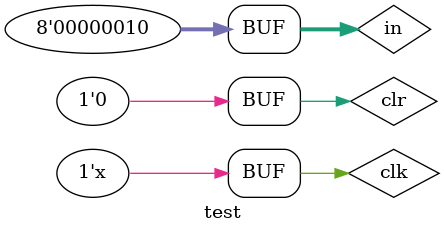
<source format=v>
`timescale 1ns / 1ps


module test;

	// Inputs
	reg clk;
	reg clr;
	reg [7:0] in;

	// Outputs
	wire out;

	// Instantiate the Unit Under Test (UUT)
	string2 uut (
		.clk(clk), 
		.clr(clr), 
		.in(in), 
		.out(out)
	);

	initial begin
		// Initialize Inputs
		clk = 0;
		clr = 0;
		in = 0;

		#10;
        
		// Add stimulus here
		in="0";
		#10;
		in="+";
		#10;
		in="0";
		#10;
		in="4";
		#6;
		clr=1;
		#1;
		clr=0;
		#3;
		in="5";
		#10;
		in="7";
		#10;
		in="*";
		#10;
		in="2";
		#10;
		in="0";
		#10;
		in="+";
		#10;
		in="(";
		#10;
		in="6";
		#10;
		in="7";
		#10;
		in="*";
		#10;
		in="5";
		#10;
		in=")";
		#10;
		in="*";
		#10;
		in="0";
		#10;
		in="5";
		#2;
		clr=1;
		#8;
		clr=0;
		in=2;

	end
    always #5 clk=~clk;  
endmodule


</source>
